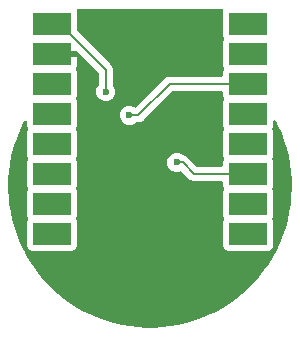
<source format=gbl>
G04 #@! TF.GenerationSoftware,KiCad,Pcbnew,8.0.2-1*
G04 #@! TF.CreationDate,2024-11-27T21:54:45+07:00*
G04 #@! TF.ProjectId,v1,76312e6b-6963-4616-945f-706362585858,rev?*
G04 #@! TF.SameCoordinates,Original*
G04 #@! TF.FileFunction,Copper,L2,Bot*
G04 #@! TF.FilePolarity,Positive*
%FSLAX46Y46*%
G04 Gerber Fmt 4.6, Leading zero omitted, Abs format (unit mm)*
G04 Created by KiCad (PCBNEW 8.0.2-1) date 2024-11-27 21:54:45*
%MOMM*%
%LPD*%
G01*
G04 APERTURE LIST*
G04 #@! TA.AperFunction,SMDPad,CuDef*
%ADD10R,3.250000X1.905000*%
G04 #@! TD*
G04 #@! TA.AperFunction,ViaPad*
%ADD11C,0.600000*%
G04 #@! TD*
G04 #@! TA.AperFunction,Conductor*
%ADD12C,0.200000*%
G04 #@! TD*
G04 APERTURE END LIST*
D10*
X151550000Y-83500000D03*
X151550000Y-86040000D03*
X151550000Y-88580000D03*
X151550000Y-91120000D03*
X151550000Y-93660000D03*
X151550000Y-96200000D03*
X151550000Y-98740000D03*
X151550000Y-101280000D03*
X134950000Y-101280000D03*
X134950000Y-98740000D03*
X134950000Y-96200000D03*
X134950000Y-93660000D03*
X134950000Y-91120000D03*
X134950000Y-88580000D03*
X134950000Y-86040000D03*
X134950000Y-83500000D03*
D11*
X144250000Y-91500000D03*
X154250000Y-97500000D03*
X131750000Y-97250000D03*
X148250000Y-106750000D03*
X147750000Y-101250000D03*
X139000000Y-98500000D03*
X140750000Y-85000000D03*
X135000000Y-86000000D03*
X139500000Y-89250000D03*
X145500000Y-95250000D03*
X141500000Y-91250000D03*
D12*
X134950000Y-83500000D02*
X135622500Y-83500000D01*
X135622500Y-83500000D02*
X139500000Y-87377500D01*
X139500000Y-87377500D02*
X139500000Y-89250000D01*
X145500000Y-95250000D02*
X146000000Y-95250000D01*
X146000000Y-95250000D02*
X146950000Y-96200000D01*
X146950000Y-96200000D02*
X151550000Y-96200000D01*
X141500000Y-91250000D02*
X142250000Y-91250000D01*
X142250000Y-91250000D02*
X144920000Y-88580000D01*
X144920000Y-88580000D02*
X151550000Y-88580000D01*
G04 #@! TA.AperFunction,Conductor*
G36*
X149390040Y-82270185D02*
G01*
X149435795Y-82322989D01*
X149445739Y-82392147D01*
X149439183Y-82417833D01*
X149430908Y-82440017D01*
X149424501Y-82499616D01*
X149424501Y-82499623D01*
X149424500Y-82499635D01*
X149424500Y-84500370D01*
X149424501Y-84500376D01*
X149430908Y-84559983D01*
X149481202Y-84694828D01*
X149481205Y-84694833D01*
X149481848Y-84695692D01*
X149482222Y-84696695D01*
X149485454Y-84702614D01*
X149484602Y-84703078D01*
X149506263Y-84761157D01*
X149491410Y-84829429D01*
X149481848Y-84844308D01*
X149481205Y-84845166D01*
X149481202Y-84845171D01*
X149430908Y-84980017D01*
X149424501Y-85039616D01*
X149424500Y-85039635D01*
X149424500Y-87040370D01*
X149424501Y-87040376D01*
X149430908Y-87099983D01*
X149481202Y-87234828D01*
X149481205Y-87234833D01*
X149481848Y-87235692D01*
X149482222Y-87236695D01*
X149485454Y-87242614D01*
X149484602Y-87243078D01*
X149506263Y-87301157D01*
X149491410Y-87369429D01*
X149481848Y-87384308D01*
X149481205Y-87385166D01*
X149481202Y-87385171D01*
X149430908Y-87520017D01*
X149424501Y-87579616D01*
X149424501Y-87579623D01*
X149424500Y-87579635D01*
X149424500Y-87855500D01*
X149404815Y-87922539D01*
X149352011Y-87968294D01*
X149300500Y-87979500D01*
X144999057Y-87979500D01*
X144840942Y-87979500D01*
X144688215Y-88020423D01*
X144688214Y-88020423D01*
X144688212Y-88020424D01*
X144688209Y-88020425D01*
X144638096Y-88049359D01*
X144638095Y-88049360D01*
X144594689Y-88074420D01*
X144551285Y-88099479D01*
X144551282Y-88099481D01*
X144439478Y-88211286D01*
X142089576Y-90561187D01*
X142028253Y-90594672D01*
X141958561Y-90589688D01*
X141935923Y-90578500D01*
X141849523Y-90524211D01*
X141679254Y-90464631D01*
X141679249Y-90464630D01*
X141500004Y-90444435D01*
X141499996Y-90444435D01*
X141320750Y-90464630D01*
X141320745Y-90464631D01*
X141150476Y-90524211D01*
X140997737Y-90620184D01*
X140870184Y-90747737D01*
X140774211Y-90900476D01*
X140714631Y-91070745D01*
X140714630Y-91070750D01*
X140694435Y-91249996D01*
X140694435Y-91250003D01*
X140714630Y-91429249D01*
X140714631Y-91429254D01*
X140774211Y-91599523D01*
X140856524Y-91730522D01*
X140870184Y-91752262D01*
X140997738Y-91879816D01*
X141150478Y-91975789D01*
X141320745Y-92035368D01*
X141320750Y-92035369D01*
X141499996Y-92055565D01*
X141500000Y-92055565D01*
X141500004Y-92055565D01*
X141679249Y-92035369D01*
X141679252Y-92035368D01*
X141679255Y-92035368D01*
X141849522Y-91975789D01*
X142002262Y-91879816D01*
X142002267Y-91879810D01*
X142005097Y-91877555D01*
X142007275Y-91876665D01*
X142008158Y-91876111D01*
X142008255Y-91876265D01*
X142069783Y-91851145D01*
X142082412Y-91850500D01*
X142163331Y-91850500D01*
X142163347Y-91850501D01*
X142170943Y-91850501D01*
X142329054Y-91850501D01*
X142329057Y-91850501D01*
X142481785Y-91809577D01*
X142496028Y-91801353D01*
X142534334Y-91779238D01*
X142534345Y-91779230D01*
X142534357Y-91779224D01*
X142618716Y-91730520D01*
X142730520Y-91618716D01*
X142730520Y-91618714D01*
X142740724Y-91608511D01*
X142740727Y-91608506D01*
X145132416Y-89216819D01*
X145193739Y-89183334D01*
X145220097Y-89180500D01*
X149300501Y-89180500D01*
X149367540Y-89200185D01*
X149413295Y-89252989D01*
X149424501Y-89304500D01*
X149424501Y-89580376D01*
X149430908Y-89639983D01*
X149481202Y-89774828D01*
X149481205Y-89774833D01*
X149481848Y-89775692D01*
X149482222Y-89776695D01*
X149485454Y-89782614D01*
X149484602Y-89783078D01*
X149506263Y-89841157D01*
X149491410Y-89909429D01*
X149481848Y-89924308D01*
X149481205Y-89925166D01*
X149481202Y-89925171D01*
X149430908Y-90060017D01*
X149424501Y-90119616D01*
X149424501Y-90119623D01*
X149424500Y-90119635D01*
X149424500Y-92120370D01*
X149424501Y-92120376D01*
X149430908Y-92179983D01*
X149481202Y-92314828D01*
X149481205Y-92314833D01*
X149481848Y-92315692D01*
X149482222Y-92316695D01*
X149485454Y-92322614D01*
X149484602Y-92323078D01*
X149506263Y-92381157D01*
X149491410Y-92449429D01*
X149481848Y-92464308D01*
X149481205Y-92465166D01*
X149481202Y-92465171D01*
X149430908Y-92600017D01*
X149424501Y-92659616D01*
X149424501Y-92659623D01*
X149424500Y-92659635D01*
X149424500Y-94660370D01*
X149424501Y-94660376D01*
X149430908Y-94719983D01*
X149481202Y-94854828D01*
X149481205Y-94854833D01*
X149481848Y-94855692D01*
X149482222Y-94856695D01*
X149485454Y-94862614D01*
X149484602Y-94863078D01*
X149506263Y-94921157D01*
X149491410Y-94989429D01*
X149481848Y-95004308D01*
X149481205Y-95005166D01*
X149481202Y-95005171D01*
X149430908Y-95140017D01*
X149424501Y-95199616D01*
X149424501Y-95199623D01*
X149424500Y-95199635D01*
X149424500Y-95475500D01*
X149404815Y-95542539D01*
X149352011Y-95588294D01*
X149300500Y-95599500D01*
X147250097Y-95599500D01*
X147183058Y-95579815D01*
X147162416Y-95563181D01*
X146487590Y-94888355D01*
X146487588Y-94888352D01*
X146368717Y-94769481D01*
X146368709Y-94769475D01*
X146266936Y-94710717D01*
X146266934Y-94710716D01*
X146231790Y-94690425D01*
X146231789Y-94690424D01*
X146079054Y-94649498D01*
X146070997Y-94648438D01*
X146071287Y-94646232D01*
X146015372Y-94629814D01*
X146005097Y-94622445D01*
X146002262Y-94620184D01*
X145849523Y-94524211D01*
X145679254Y-94464631D01*
X145679249Y-94464630D01*
X145500004Y-94444435D01*
X145499996Y-94444435D01*
X145320750Y-94464630D01*
X145320745Y-94464631D01*
X145150476Y-94524211D01*
X144997737Y-94620184D01*
X144870184Y-94747737D01*
X144774211Y-94900476D01*
X144714631Y-95070745D01*
X144714630Y-95070750D01*
X144694435Y-95249996D01*
X144694435Y-95250003D01*
X144714630Y-95429249D01*
X144714631Y-95429254D01*
X144774211Y-95599523D01*
X144870184Y-95752262D01*
X144997738Y-95879816D01*
X145088080Y-95936582D01*
X145133875Y-95965357D01*
X145150478Y-95975789D01*
X145203994Y-95994515D01*
X145320745Y-96035368D01*
X145320750Y-96035369D01*
X145499996Y-96055565D01*
X145500000Y-96055565D01*
X145500004Y-96055565D01*
X145679249Y-96035369D01*
X145679252Y-96035368D01*
X145679255Y-96035368D01*
X145679256Y-96035367D01*
X145679259Y-96035367D01*
X145712100Y-96023875D01*
X145796006Y-95994514D01*
X145865782Y-95990952D01*
X145924640Y-96023875D01*
X146465139Y-96564374D01*
X146465149Y-96564385D01*
X146469479Y-96568715D01*
X146469480Y-96568716D01*
X146581284Y-96680520D01*
X146668095Y-96730639D01*
X146668097Y-96730641D01*
X146706151Y-96752611D01*
X146718215Y-96759577D01*
X146870943Y-96800501D01*
X146870946Y-96800501D01*
X147036653Y-96800501D01*
X147036669Y-96800500D01*
X149300501Y-96800500D01*
X149367540Y-96820185D01*
X149413295Y-96872989D01*
X149424501Y-96924500D01*
X149424501Y-97200376D01*
X149430908Y-97259983D01*
X149481202Y-97394828D01*
X149481205Y-97394833D01*
X149481848Y-97395692D01*
X149482222Y-97396695D01*
X149485454Y-97402614D01*
X149484602Y-97403078D01*
X149506263Y-97461157D01*
X149491410Y-97529429D01*
X149481848Y-97544308D01*
X149481205Y-97545166D01*
X149481202Y-97545171D01*
X149430908Y-97680017D01*
X149424501Y-97739616D01*
X149424501Y-97739623D01*
X149424500Y-97739635D01*
X149424500Y-99740370D01*
X149424501Y-99740376D01*
X149430908Y-99799983D01*
X149481202Y-99934828D01*
X149481205Y-99934833D01*
X149481848Y-99935692D01*
X149482222Y-99936695D01*
X149485454Y-99942614D01*
X149484602Y-99943078D01*
X149506263Y-100001157D01*
X149491410Y-100069429D01*
X149481848Y-100084308D01*
X149481205Y-100085166D01*
X149481202Y-100085171D01*
X149430908Y-100220017D01*
X149424501Y-100279616D01*
X149424501Y-100279623D01*
X149424500Y-100279635D01*
X149424500Y-102280370D01*
X149424501Y-102280376D01*
X149430908Y-102339983D01*
X149481202Y-102474828D01*
X149481206Y-102474835D01*
X149567452Y-102590044D01*
X149567455Y-102590047D01*
X149682664Y-102676293D01*
X149682671Y-102676297D01*
X149817517Y-102726591D01*
X149817516Y-102726591D01*
X149824444Y-102727335D01*
X149877127Y-102733000D01*
X153222872Y-102732999D01*
X153282483Y-102726591D01*
X153417331Y-102676296D01*
X153532546Y-102590046D01*
X153618796Y-102474831D01*
X153669091Y-102339983D01*
X153675500Y-102280373D01*
X153675499Y-100279628D01*
X153669091Y-100220017D01*
X153629957Y-100115093D01*
X153618798Y-100085173D01*
X153618796Y-100085171D01*
X153618796Y-100085169D01*
X153618154Y-100084312D01*
X153617781Y-100083311D01*
X153614548Y-100077391D01*
X153615399Y-100076926D01*
X153593735Y-100018853D01*
X153608583Y-99950579D01*
X153618151Y-99935692D01*
X153618796Y-99934831D01*
X153669091Y-99799983D01*
X153675500Y-99740373D01*
X153675499Y-97739628D01*
X153669091Y-97680017D01*
X153646373Y-97619106D01*
X153618798Y-97545173D01*
X153618796Y-97545171D01*
X153618796Y-97545169D01*
X153618154Y-97544312D01*
X153617781Y-97543311D01*
X153614548Y-97537391D01*
X153615399Y-97536926D01*
X153593735Y-97478853D01*
X153608583Y-97410579D01*
X153618151Y-97395692D01*
X153618796Y-97394831D01*
X153669091Y-97259983D01*
X153675500Y-97200373D01*
X153675499Y-95199628D01*
X153669091Y-95140017D01*
X153669091Y-95140016D01*
X153618798Y-95005173D01*
X153618796Y-95005171D01*
X153618796Y-95005169D01*
X153618154Y-95004312D01*
X153617781Y-95003311D01*
X153614548Y-94997391D01*
X153615399Y-94996926D01*
X153593735Y-94938853D01*
X153608583Y-94870579D01*
X153618151Y-94855692D01*
X153618796Y-94854831D01*
X153669091Y-94719983D01*
X153675500Y-94660373D01*
X153675499Y-92659628D01*
X153669091Y-92600017D01*
X153669091Y-92600016D01*
X153618798Y-92465173D01*
X153618796Y-92465171D01*
X153618796Y-92465169D01*
X153618154Y-92464312D01*
X153617781Y-92463311D01*
X153614548Y-92457391D01*
X153615399Y-92456926D01*
X153593735Y-92398853D01*
X153608583Y-92330579D01*
X153618151Y-92315692D01*
X153618796Y-92314831D01*
X153669091Y-92179983D01*
X153675500Y-92120373D01*
X153675499Y-91806208D01*
X153695183Y-91739172D01*
X153747987Y-91693417D01*
X153817146Y-91683473D01*
X153880701Y-91712498D01*
X153910242Y-91750425D01*
X154113467Y-92153856D01*
X154116442Y-92160203D01*
X154307620Y-92600017D01*
X154384333Y-92776499D01*
X154386947Y-92783011D01*
X154619550Y-93413477D01*
X154621792Y-93420126D01*
X154818365Y-94062755D01*
X154820226Y-94069520D01*
X154980124Y-94722199D01*
X154981601Y-94729059D01*
X155104333Y-95389788D01*
X155105418Y-95396720D01*
X155190575Y-96063295D01*
X155191267Y-96070278D01*
X155238583Y-96740613D01*
X155238879Y-96747624D01*
X155248202Y-97419564D01*
X155248101Y-97426580D01*
X155219399Y-98097979D01*
X155218901Y-98104978D01*
X155152270Y-98773669D01*
X155151377Y-98780629D01*
X155047027Y-99444479D01*
X155045742Y-99451377D01*
X154904006Y-100108278D01*
X154902332Y-100115093D01*
X154723669Y-100762906D01*
X154721613Y-100769614D01*
X154506594Y-101406283D01*
X154504162Y-101412865D01*
X154253468Y-102036367D01*
X154250667Y-102042801D01*
X153965111Y-102651111D01*
X153961950Y-102657376D01*
X153642432Y-103248577D01*
X153638923Y-103254653D01*
X153286486Y-103826819D01*
X153282638Y-103832687D01*
X152898404Y-104383995D01*
X152894231Y-104389636D01*
X152479417Y-104918341D01*
X152474931Y-104923737D01*
X152030874Y-105428132D01*
X152026090Y-105433265D01*
X151554231Y-105911717D01*
X151549165Y-105916571D01*
X151050973Y-106367588D01*
X151045640Y-106372149D01*
X150522741Y-106794258D01*
X150517158Y-106798509D01*
X149971236Y-107190352D01*
X149965422Y-107194281D01*
X149398186Y-107554631D01*
X149392159Y-107558224D01*
X148805472Y-107885898D01*
X148799252Y-107889145D01*
X148194955Y-108183116D01*
X148188561Y-108186006D01*
X147568589Y-108445329D01*
X147562041Y-108447852D01*
X146928422Y-108671682D01*
X146921743Y-108673831D01*
X146276463Y-108861466D01*
X146269672Y-108863234D01*
X145614813Y-109014067D01*
X145607933Y-109015448D01*
X144945583Y-109128999D01*
X144938637Y-109129988D01*
X144270938Y-109205890D01*
X144263946Y-109206485D01*
X143593025Y-109244497D01*
X143586011Y-109244696D01*
X142913989Y-109244696D01*
X142906975Y-109244497D01*
X142236053Y-109206485D01*
X142229061Y-109205890D01*
X141561362Y-109129988D01*
X141554416Y-109128999D01*
X140892066Y-109015448D01*
X140885186Y-109014067D01*
X140230327Y-108863234D01*
X140223536Y-108861466D01*
X139578256Y-108673831D01*
X139571577Y-108671682D01*
X138937958Y-108447852D01*
X138931410Y-108445329D01*
X138311438Y-108186006D01*
X138305044Y-108183116D01*
X137700747Y-107889145D01*
X137694527Y-107885898D01*
X137107840Y-107558224D01*
X137101813Y-107554631D01*
X136534577Y-107194281D01*
X136528763Y-107190352D01*
X135982841Y-106798509D01*
X135977258Y-106794258D01*
X135454359Y-106372149D01*
X135449026Y-106367588D01*
X134950834Y-105916571D01*
X134945768Y-105911717D01*
X134473909Y-105433265D01*
X134469125Y-105428132D01*
X134025068Y-104923737D01*
X134020582Y-104918341D01*
X133605768Y-104389636D01*
X133601595Y-104383995D01*
X133217361Y-103832687D01*
X133213513Y-103826819D01*
X133171769Y-103759050D01*
X132861076Y-103254653D01*
X132857567Y-103248577D01*
X132538049Y-102657376D01*
X132534888Y-102651111D01*
X132506222Y-102590044D01*
X132249321Y-102042776D01*
X132246542Y-102036392D01*
X131995833Y-101412854D01*
X131993405Y-101406283D01*
X131778386Y-100769614D01*
X131776330Y-100762906D01*
X131643045Y-100279627D01*
X131597665Y-100115085D01*
X131595993Y-100108278D01*
X131591007Y-100085171D01*
X131454255Y-99451369D01*
X131452972Y-99444479D01*
X131390372Y-99046231D01*
X131348618Y-98780600D01*
X131347732Y-98773698D01*
X131281097Y-98104972D01*
X131280600Y-98097979D01*
X131265281Y-97739627D01*
X131251897Y-97426555D01*
X131251797Y-97419590D01*
X131261120Y-96747611D01*
X131261416Y-96740613D01*
X131265658Y-96680520D01*
X131308735Y-96070244D01*
X131309420Y-96063328D01*
X131394585Y-95396693D01*
X131395661Y-95389815D01*
X131518402Y-94729039D01*
X131519870Y-94722219D01*
X131679783Y-94069482D01*
X131681623Y-94062793D01*
X131878210Y-93420114D01*
X131880449Y-93413477D01*
X132113058Y-92782993D01*
X132115654Y-92776528D01*
X132383560Y-92160197D01*
X132386536Y-92153850D01*
X132444668Y-92038449D01*
X132589758Y-91750420D01*
X132637497Y-91699406D01*
X132705240Y-91682299D01*
X132771478Y-91704531D01*
X132815181Y-91759046D01*
X132824500Y-91806208D01*
X132824500Y-92120370D01*
X132824501Y-92120376D01*
X132830908Y-92179983D01*
X132881202Y-92314828D01*
X132881205Y-92314833D01*
X132881848Y-92315692D01*
X132882222Y-92316695D01*
X132885454Y-92322614D01*
X132884602Y-92323078D01*
X132906263Y-92381157D01*
X132891410Y-92449429D01*
X132881848Y-92464308D01*
X132881205Y-92465166D01*
X132881202Y-92465171D01*
X132830908Y-92600017D01*
X132824501Y-92659616D01*
X132824501Y-92659623D01*
X132824500Y-92659635D01*
X132824500Y-94660370D01*
X132824501Y-94660376D01*
X132830908Y-94719983D01*
X132881202Y-94854828D01*
X132881205Y-94854833D01*
X132881848Y-94855692D01*
X132882222Y-94856695D01*
X132885454Y-94862614D01*
X132884602Y-94863078D01*
X132906263Y-94921157D01*
X132891410Y-94989429D01*
X132881848Y-95004308D01*
X132881205Y-95005166D01*
X132881202Y-95005171D01*
X132830908Y-95140017D01*
X132824501Y-95199616D01*
X132824501Y-95199623D01*
X132824500Y-95199635D01*
X132824500Y-97200370D01*
X132824501Y-97200376D01*
X132830908Y-97259983D01*
X132881202Y-97394828D01*
X132881205Y-97394833D01*
X132881848Y-97395692D01*
X132882222Y-97396695D01*
X132885454Y-97402614D01*
X132884602Y-97403078D01*
X132906263Y-97461157D01*
X132891410Y-97529429D01*
X132881848Y-97544308D01*
X132881205Y-97545166D01*
X132881202Y-97545171D01*
X132830908Y-97680017D01*
X132824501Y-97739616D01*
X132824501Y-97739623D01*
X132824500Y-97739635D01*
X132824500Y-99740370D01*
X132824501Y-99740376D01*
X132830908Y-99799983D01*
X132881202Y-99934828D01*
X132881205Y-99934833D01*
X132881848Y-99935692D01*
X132882222Y-99936695D01*
X132885454Y-99942614D01*
X132884602Y-99943078D01*
X132906263Y-100001157D01*
X132891410Y-100069429D01*
X132881848Y-100084308D01*
X132881205Y-100085166D01*
X132881202Y-100085171D01*
X132830908Y-100220017D01*
X132824501Y-100279616D01*
X132824501Y-100279623D01*
X132824500Y-100279635D01*
X132824500Y-102280370D01*
X132824501Y-102280376D01*
X132830908Y-102339983D01*
X132881202Y-102474828D01*
X132881206Y-102474835D01*
X132967452Y-102590044D01*
X132967455Y-102590047D01*
X133082664Y-102676293D01*
X133082671Y-102676297D01*
X133217517Y-102726591D01*
X133217516Y-102726591D01*
X133224444Y-102727335D01*
X133277127Y-102733000D01*
X136622872Y-102732999D01*
X136682483Y-102726591D01*
X136817331Y-102676296D01*
X136932546Y-102590046D01*
X137018796Y-102474831D01*
X137069091Y-102339983D01*
X137075500Y-102280373D01*
X137075499Y-100279628D01*
X137069091Y-100220017D01*
X137029957Y-100115093D01*
X137018798Y-100085173D01*
X137018796Y-100085171D01*
X137018796Y-100085169D01*
X137018154Y-100084312D01*
X137017781Y-100083311D01*
X137014548Y-100077391D01*
X137015399Y-100076926D01*
X136993735Y-100018853D01*
X137008583Y-99950579D01*
X137018151Y-99935692D01*
X137018796Y-99934831D01*
X137069091Y-99799983D01*
X137075500Y-99740373D01*
X137075499Y-97739628D01*
X137069091Y-97680017D01*
X137046373Y-97619106D01*
X137018798Y-97545173D01*
X137018796Y-97545171D01*
X137018796Y-97545169D01*
X137018154Y-97544312D01*
X137017781Y-97543311D01*
X137014548Y-97537391D01*
X137015399Y-97536926D01*
X136993735Y-97478853D01*
X137008583Y-97410579D01*
X137018151Y-97395692D01*
X137018796Y-97394831D01*
X137069091Y-97259983D01*
X137075500Y-97200373D01*
X137075499Y-95199628D01*
X137069091Y-95140017D01*
X137069091Y-95140016D01*
X137018798Y-95005173D01*
X137018796Y-95005171D01*
X137018796Y-95005169D01*
X137018154Y-95004312D01*
X137017781Y-95003311D01*
X137014548Y-94997391D01*
X137015399Y-94996926D01*
X136993735Y-94938853D01*
X137008583Y-94870579D01*
X137018151Y-94855692D01*
X137018796Y-94854831D01*
X137069091Y-94719983D01*
X137075500Y-94660373D01*
X137075499Y-92659628D01*
X137069091Y-92600017D01*
X137069091Y-92600016D01*
X137018798Y-92465173D01*
X137018796Y-92465171D01*
X137018796Y-92465169D01*
X137018154Y-92464312D01*
X137017781Y-92463311D01*
X137014548Y-92457391D01*
X137015399Y-92456926D01*
X136993735Y-92398853D01*
X137008583Y-92330579D01*
X137018151Y-92315692D01*
X137018796Y-92314831D01*
X137069091Y-92179983D01*
X137075500Y-92120373D01*
X137075499Y-90119628D01*
X137069091Y-90060017D01*
X137037676Y-89975788D01*
X137018798Y-89925173D01*
X137018796Y-89925171D01*
X137018796Y-89925169D01*
X137018154Y-89924312D01*
X137017781Y-89923311D01*
X137014548Y-89917391D01*
X137015399Y-89916926D01*
X136993735Y-89858853D01*
X137008583Y-89790579D01*
X137018151Y-89775692D01*
X137018796Y-89774831D01*
X137069091Y-89639983D01*
X137075500Y-89580373D01*
X137075499Y-87579628D01*
X137069091Y-87520017D01*
X137018796Y-87385169D01*
X137017842Y-87383895D01*
X137017286Y-87382405D01*
X137014546Y-87377386D01*
X137015267Y-87376992D01*
X136993423Y-87318436D01*
X137008271Y-87250162D01*
X137017849Y-87235260D01*
X137018352Y-87234587D01*
X137068597Y-87099876D01*
X137068598Y-87099872D01*
X137074999Y-87040344D01*
X137075000Y-87040327D01*
X137075000Y-86290000D01*
X134824000Y-86290000D01*
X134756961Y-86270315D01*
X134711206Y-86217511D01*
X134700000Y-86166000D01*
X134700000Y-85914000D01*
X134719685Y-85846961D01*
X134772489Y-85801206D01*
X134824000Y-85790000D01*
X137011903Y-85790000D01*
X137078942Y-85809685D01*
X137099584Y-85826319D01*
X138863181Y-87589916D01*
X138896666Y-87651239D01*
X138899500Y-87677597D01*
X138899500Y-88667587D01*
X138879815Y-88734626D01*
X138872450Y-88744896D01*
X138870186Y-88747734D01*
X138774211Y-88900476D01*
X138714631Y-89070745D01*
X138714630Y-89070750D01*
X138694435Y-89249996D01*
X138694435Y-89250003D01*
X138714630Y-89429249D01*
X138714631Y-89429254D01*
X138774211Y-89599523D01*
X138799634Y-89639983D01*
X138870184Y-89752262D01*
X138997738Y-89879816D01*
X139150478Y-89975789D01*
X139320745Y-90035368D01*
X139320750Y-90035369D01*
X139499996Y-90055565D01*
X139500000Y-90055565D01*
X139500004Y-90055565D01*
X139679249Y-90035369D01*
X139679252Y-90035368D01*
X139679255Y-90035368D01*
X139849522Y-89975789D01*
X140002262Y-89879816D01*
X140129816Y-89752262D01*
X140225789Y-89599522D01*
X140285368Y-89429255D01*
X140285369Y-89429249D01*
X140305565Y-89250003D01*
X140305565Y-89249996D01*
X140285369Y-89070750D01*
X140285368Y-89070745D01*
X140225788Y-88900476D01*
X140129813Y-88747734D01*
X140127550Y-88744896D01*
X140126659Y-88742715D01*
X140126111Y-88741842D01*
X140126264Y-88741745D01*
X140101144Y-88680209D01*
X140100500Y-88667587D01*
X140100500Y-87298445D01*
X140100500Y-87298443D01*
X140059577Y-87145716D01*
X140059577Y-87145715D01*
X140059577Y-87145714D01*
X140030639Y-87095595D01*
X140030637Y-87095592D01*
X139998757Y-87040373D01*
X139980520Y-87008784D01*
X139868716Y-86896980D01*
X139868715Y-86896979D01*
X139864385Y-86892649D01*
X139864374Y-86892639D01*
X137111818Y-84140083D01*
X137078333Y-84078760D01*
X137075499Y-84052402D01*
X137075499Y-82499629D01*
X137075498Y-82499623D01*
X137075497Y-82499616D01*
X137069091Y-82440017D01*
X137060817Y-82417833D01*
X137055833Y-82348142D01*
X137089318Y-82286819D01*
X137150641Y-82253334D01*
X137176999Y-82250500D01*
X143184108Y-82250500D01*
X149323001Y-82250500D01*
X149390040Y-82270185D01*
G37*
G04 #@! TD.AperFunction*
M02*

</source>
